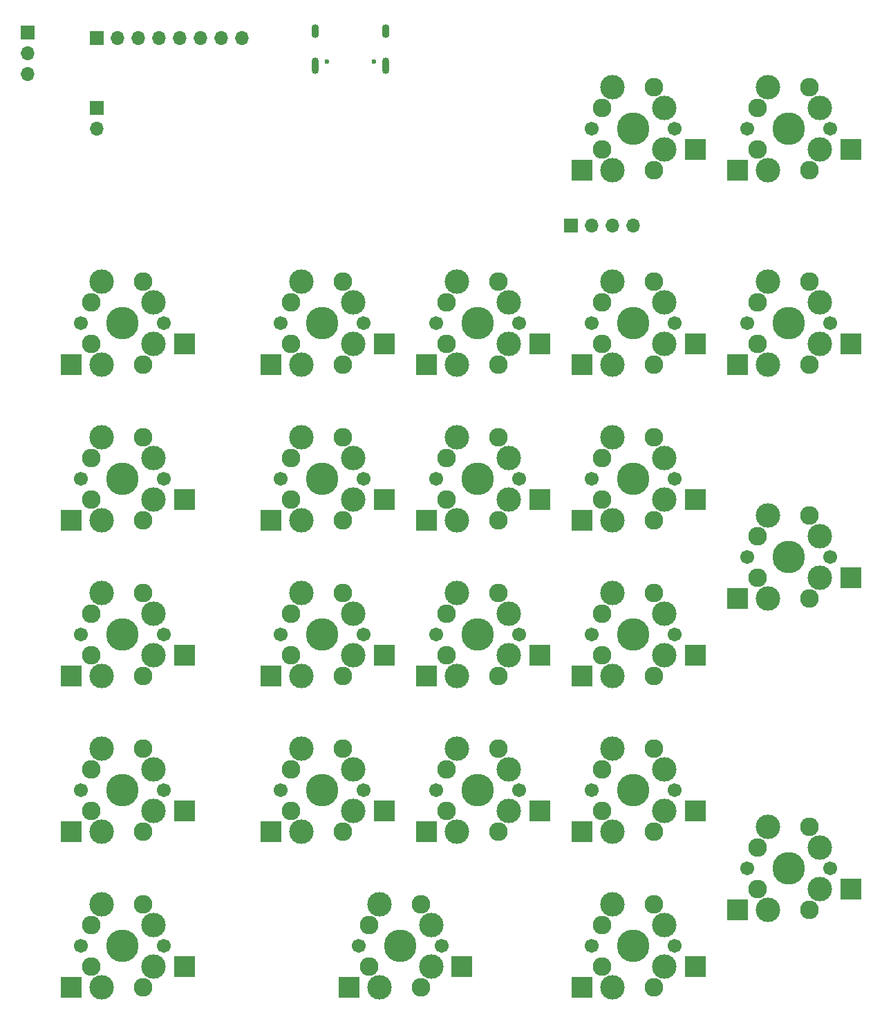
<source format=gbr>
%TF.GenerationSoftware,KiCad,Pcbnew,7.0.7*%
%TF.CreationDate,2024-03-23T11:57:10+09:00*%
%TF.ProjectId,RP2040_KBD,52503230-3430-45f4-9b42-442e6b696361,rev?*%
%TF.SameCoordinates,Original*%
%TF.FileFunction,Soldermask,Bot*%
%TF.FilePolarity,Negative*%
%FSLAX46Y46*%
G04 Gerber Fmt 4.6, Leading zero omitted, Abs format (unit mm)*
G04 Created by KiCad (PCBNEW 7.0.7) date 2024-03-23 11:57:10*
%MOMM*%
%LPD*%
G01*
G04 APERTURE LIST*
%ADD10C,1.701800*%
%ADD11C,3.000000*%
%ADD12C,3.987800*%
%ADD13R,2.550000X2.500000*%
%ADD14C,2.286000*%
%ADD15C,0.600000*%
%ADD16O,0.900000X2.000000*%
%ADD17O,0.900000X1.700000*%
%ADD18R,1.700000X1.700000*%
%ADD19O,1.700000X1.700000*%
G04 APERTURE END LIST*
D10*
%TO.C,SW3*%
X47010000Y-83520000D03*
D11*
X49550000Y-78440000D03*
X49550000Y-88600000D03*
D12*
X52090000Y-83520000D03*
D11*
X55900000Y-80980000D03*
X55900000Y-86060000D03*
D10*
X57170000Y-83520000D03*
D13*
X45800000Y-88600000D03*
D14*
X48280000Y-80980000D03*
X48280000Y-86060000D03*
X54630000Y-78440000D03*
X54630000Y-88600000D03*
D13*
X59650000Y-86060000D03*
%TD*%
D10*
%TO.C,SW14*%
X90530000Y-102570000D03*
D11*
X93070000Y-97490000D03*
X93070000Y-107650000D03*
D12*
X95610000Y-102570000D03*
D11*
X99420000Y-100030000D03*
X99420000Y-105110000D03*
D10*
X100690000Y-102570000D03*
D13*
X89320000Y-107650000D03*
D14*
X91800000Y-100030000D03*
X91800000Y-105110000D03*
X98150000Y-97490000D03*
X98150000Y-107650000D03*
D13*
X103170000Y-105110000D03*
%TD*%
D10*
%TO.C,SW6*%
X47010000Y-140670000D03*
D11*
X49550000Y-135590000D03*
X49550000Y-145750000D03*
D12*
X52090000Y-140670000D03*
D11*
X55900000Y-138130000D03*
X55900000Y-143210000D03*
D10*
X57170000Y-140670000D03*
D13*
X45800000Y-145750000D03*
D14*
X48280000Y-138130000D03*
X48280000Y-143210000D03*
X54630000Y-135590000D03*
X54630000Y-145750000D03*
D13*
X59650000Y-143210000D03*
%TD*%
D10*
%TO.C,SW8*%
X71480000Y-83520000D03*
D11*
X74020000Y-78440000D03*
X74020000Y-88600000D03*
D12*
X76560000Y-83520000D03*
D11*
X80370000Y-80980000D03*
X80370000Y-86060000D03*
D10*
X81640000Y-83520000D03*
D13*
X70270000Y-88600000D03*
D14*
X72750000Y-80980000D03*
X72750000Y-86060000D03*
X79100000Y-78440000D03*
X79100000Y-88600000D03*
D13*
X84120000Y-86060000D03*
%TD*%
D15*
%TO.C,J3*%
X82890000Y-32450000D03*
X77110000Y-32450000D03*
D16*
X84320000Y-32930000D03*
D17*
X84320000Y-28760000D03*
D16*
X75680000Y-32930000D03*
D17*
X75680000Y-28760000D03*
%TD*%
D10*
%TO.C,SW17*%
X109580000Y-83520000D03*
D11*
X112120000Y-78440000D03*
X112120000Y-88600000D03*
D12*
X114660000Y-83520000D03*
D11*
X118470000Y-80980000D03*
X118470000Y-86060000D03*
D10*
X119740000Y-83520000D03*
D13*
X108370000Y-88600000D03*
D14*
X110850000Y-80980000D03*
X110850000Y-86060000D03*
X117200000Y-78440000D03*
X117200000Y-88600000D03*
D13*
X122220000Y-86060000D03*
%TD*%
D18*
%TO.C,JP1*%
X40500000Y-28875000D03*
D19*
X40500000Y-31415000D03*
X40500000Y-33955000D03*
%TD*%
D10*
%TO.C,SW13*%
X90530000Y-83520000D03*
D11*
X93070000Y-78440000D03*
X93070000Y-88600000D03*
D12*
X95610000Y-83520000D03*
D11*
X99420000Y-80980000D03*
X99420000Y-86060000D03*
D10*
X100690000Y-83520000D03*
D13*
X89320000Y-88600000D03*
D14*
X91800000Y-80980000D03*
X91800000Y-86060000D03*
X98150000Y-78440000D03*
X98150000Y-88600000D03*
D13*
X103170000Y-86060000D03*
%TD*%
D10*
%TO.C,SW15*%
X90530000Y-121620000D03*
D11*
X93070000Y-116540000D03*
X93070000Y-126700000D03*
D12*
X95610000Y-121620000D03*
D11*
X99420000Y-119080000D03*
X99420000Y-124160000D03*
D10*
X100690000Y-121620000D03*
D13*
X89320000Y-126700000D03*
D14*
X91800000Y-119080000D03*
X91800000Y-124160000D03*
X98150000Y-116540000D03*
X98150000Y-126700000D03*
D13*
X103170000Y-124160000D03*
%TD*%
D10*
%TO.C,SW22*%
X128630000Y-93045000D03*
D11*
X131170000Y-87965000D03*
X131170000Y-98125000D03*
D12*
X133710000Y-93045000D03*
D11*
X137520000Y-90505000D03*
X137520000Y-95585000D03*
D10*
X138790000Y-93045000D03*
D13*
X127420000Y-98125000D03*
D14*
X129900000Y-90505000D03*
X129900000Y-95585000D03*
X136250000Y-87965000D03*
X136250000Y-98125000D03*
D13*
X141270000Y-95585000D03*
%TD*%
D10*
%TO.C,SW11*%
X81005000Y-140670000D03*
D11*
X83545000Y-135590000D03*
X83545000Y-145750000D03*
D12*
X86085000Y-140670000D03*
D11*
X89895000Y-138130000D03*
X89895000Y-143210000D03*
D10*
X91165000Y-140670000D03*
D13*
X79795000Y-145750000D03*
D14*
X82275000Y-138130000D03*
X82275000Y-143210000D03*
X88625000Y-135590000D03*
X88625000Y-145750000D03*
D13*
X93645000Y-143210000D03*
%TD*%
D10*
%TO.C,SW12*%
X90530000Y-64470000D03*
D11*
X93070000Y-59390000D03*
X93070000Y-69550000D03*
D12*
X95610000Y-64470000D03*
D11*
X99420000Y-61930000D03*
X99420000Y-67010000D03*
D10*
X100690000Y-64470000D03*
D13*
X89320000Y-69550000D03*
D14*
X91800000Y-61930000D03*
X91800000Y-67010000D03*
X98150000Y-59390000D03*
X98150000Y-69550000D03*
D13*
X103170000Y-67010000D03*
%TD*%
D10*
%TO.C,SW4*%
X47010000Y-102570000D03*
D11*
X49550000Y-97490000D03*
X49550000Y-107650000D03*
D12*
X52090000Y-102570000D03*
D11*
X55900000Y-100030000D03*
X55900000Y-105110000D03*
D10*
X57170000Y-102570000D03*
D13*
X45800000Y-107650000D03*
D14*
X48280000Y-100030000D03*
X48280000Y-105110000D03*
X54630000Y-97490000D03*
X54630000Y-107650000D03*
D13*
X59650000Y-105110000D03*
%TD*%
D10*
%TO.C,SW5*%
X47010000Y-121620000D03*
D11*
X49550000Y-116540000D03*
X49550000Y-126700000D03*
D12*
X52090000Y-121620000D03*
D11*
X55900000Y-119080000D03*
X55900000Y-124160000D03*
D10*
X57170000Y-121620000D03*
D13*
X45800000Y-126700000D03*
D14*
X48280000Y-119080000D03*
X48280000Y-124160000D03*
X54630000Y-116540000D03*
X54630000Y-126700000D03*
D13*
X59650000Y-124160000D03*
%TD*%
D10*
%TO.C,SW19*%
X109580000Y-121620000D03*
D11*
X112120000Y-116540000D03*
X112120000Y-126700000D03*
D12*
X114660000Y-121620000D03*
D11*
X118470000Y-119080000D03*
X118470000Y-124160000D03*
D10*
X119740000Y-121620000D03*
D13*
X108370000Y-126700000D03*
D14*
X110850000Y-119080000D03*
X110850000Y-124160000D03*
X117200000Y-116540000D03*
X117200000Y-126700000D03*
D13*
X122220000Y-124160000D03*
%TD*%
D10*
%TO.C,SW18*%
X109580000Y-102570000D03*
D11*
X112120000Y-97490000D03*
X112120000Y-107650000D03*
D12*
X114660000Y-102570000D03*
D11*
X118470000Y-100030000D03*
X118470000Y-105110000D03*
D10*
X119740000Y-102570000D03*
D13*
X108370000Y-107650000D03*
D14*
X110850000Y-100030000D03*
X110850000Y-105110000D03*
X117200000Y-97490000D03*
X117200000Y-107650000D03*
D13*
X122220000Y-105110000D03*
%TD*%
D18*
%TO.C,J4*%
X48940000Y-29575000D03*
D19*
X51480000Y-29575000D03*
X54020000Y-29575000D03*
X56560000Y-29575000D03*
X59100000Y-29575000D03*
X61640000Y-29575000D03*
X64180000Y-29575000D03*
X66720000Y-29575000D03*
%TD*%
D10*
%TO.C,SW9*%
X71480000Y-102570000D03*
D11*
X74020000Y-97490000D03*
X74020000Y-107650000D03*
D12*
X76560000Y-102570000D03*
D11*
X80370000Y-100030000D03*
X80370000Y-105110000D03*
D10*
X81640000Y-102570000D03*
D13*
X70270000Y-107650000D03*
D14*
X72750000Y-100030000D03*
X72750000Y-105110000D03*
X79100000Y-97490000D03*
X79100000Y-107650000D03*
D13*
X84120000Y-105110000D03*
%TD*%
D10*
%TO.C,SW10*%
X71480000Y-121620000D03*
D11*
X74020000Y-116540000D03*
X74020000Y-126700000D03*
D12*
X76560000Y-121620000D03*
D11*
X80370000Y-119080000D03*
X80370000Y-124160000D03*
D10*
X81640000Y-121620000D03*
D13*
X70270000Y-126700000D03*
D14*
X72750000Y-119080000D03*
X72750000Y-124160000D03*
X79100000Y-116540000D03*
X79100000Y-126700000D03*
D13*
X84120000Y-124160000D03*
%TD*%
D10*
%TO.C,SW20*%
X109580000Y-140670000D03*
D11*
X112120000Y-135590000D03*
X112120000Y-145750000D03*
D12*
X114660000Y-140670000D03*
D11*
X118470000Y-138130000D03*
X118470000Y-143210000D03*
D10*
X119740000Y-140670000D03*
D13*
X108370000Y-145750000D03*
D14*
X110850000Y-138130000D03*
X110850000Y-143210000D03*
X117200000Y-135590000D03*
X117200000Y-145750000D03*
D13*
X122220000Y-143210000D03*
%TD*%
D10*
%TO.C,SW2*%
X47010000Y-64470000D03*
D11*
X49550000Y-59390000D03*
X49550000Y-69550000D03*
D12*
X52090000Y-64470000D03*
D11*
X55900000Y-61930000D03*
X55900000Y-67010000D03*
D10*
X57170000Y-64470000D03*
D13*
X45800000Y-69550000D03*
D14*
X48280000Y-61930000D03*
X48280000Y-67010000D03*
X54630000Y-59390000D03*
X54630000Y-69550000D03*
D13*
X59650000Y-67010000D03*
%TD*%
D10*
%TO.C,SW24*%
X109580000Y-40700000D03*
D11*
X112120000Y-35620000D03*
X112120000Y-45780000D03*
D12*
X114660000Y-40700000D03*
D11*
X118470000Y-38160000D03*
X118470000Y-43240000D03*
D10*
X119740000Y-40700000D03*
D13*
X108370000Y-45780000D03*
D14*
X110850000Y-38160000D03*
X110850000Y-43240000D03*
X117200000Y-35620000D03*
X117200000Y-45780000D03*
D13*
X122220000Y-43240000D03*
%TD*%
D10*
%TO.C,SW7*%
X71480000Y-64470000D03*
D11*
X74020000Y-59390000D03*
X74020000Y-69550000D03*
D12*
X76560000Y-64470000D03*
D11*
X80370000Y-61930000D03*
X80370000Y-67010000D03*
D10*
X81640000Y-64470000D03*
D13*
X70270000Y-69550000D03*
D14*
X72750000Y-61930000D03*
X72750000Y-67010000D03*
X79100000Y-59390000D03*
X79100000Y-69550000D03*
D13*
X84120000Y-67010000D03*
%TD*%
D10*
%TO.C,SW23*%
X128630000Y-131145000D03*
D11*
X131170000Y-126065000D03*
X131170000Y-136225000D03*
D12*
X133710000Y-131145000D03*
D11*
X137520000Y-128605000D03*
X137520000Y-133685000D03*
D10*
X138790000Y-131145000D03*
D13*
X127420000Y-136225000D03*
D14*
X129900000Y-128605000D03*
X129900000Y-133685000D03*
X136250000Y-126065000D03*
X136250000Y-136225000D03*
D13*
X141270000Y-133685000D03*
%TD*%
D18*
%TO.C,J2*%
X107000000Y-52500000D03*
D19*
X109540000Y-52500000D03*
X112080000Y-52500000D03*
X114620000Y-52500000D03*
%TD*%
D10*
%TO.C,SW21*%
X128630000Y-64470000D03*
D11*
X131170000Y-59390000D03*
X131170000Y-69550000D03*
D12*
X133710000Y-64470000D03*
D11*
X137520000Y-61930000D03*
X137520000Y-67010000D03*
D10*
X138790000Y-64470000D03*
D13*
X127420000Y-69550000D03*
D14*
X129900000Y-61930000D03*
X129900000Y-67010000D03*
X136250000Y-59390000D03*
X136250000Y-69550000D03*
D13*
X141270000Y-67010000D03*
%TD*%
D10*
%TO.C,SW25*%
X128630000Y-40700000D03*
D11*
X131170000Y-35620000D03*
X131170000Y-45780000D03*
D12*
X133710000Y-40700000D03*
D11*
X137520000Y-38160000D03*
X137520000Y-43240000D03*
D10*
X138790000Y-40700000D03*
D13*
X127420000Y-45780000D03*
D14*
X129900000Y-38160000D03*
X129900000Y-43240000D03*
X136250000Y-35620000D03*
X136250000Y-45780000D03*
D13*
X141270000Y-43240000D03*
%TD*%
D10*
%TO.C,SW16*%
X109580000Y-64470000D03*
D11*
X112120000Y-59390000D03*
X112120000Y-69550000D03*
D12*
X114660000Y-64470000D03*
D11*
X118470000Y-61930000D03*
X118470000Y-67010000D03*
D10*
X119740000Y-64470000D03*
D13*
X108370000Y-69550000D03*
D14*
X110850000Y-61930000D03*
X110850000Y-67010000D03*
X117200000Y-59390000D03*
X117200000Y-69550000D03*
D13*
X122220000Y-67010000D03*
%TD*%
D18*
%TO.C,J1*%
X48940000Y-38160000D03*
D19*
X48940000Y-40700000D03*
%TD*%
M02*

</source>
